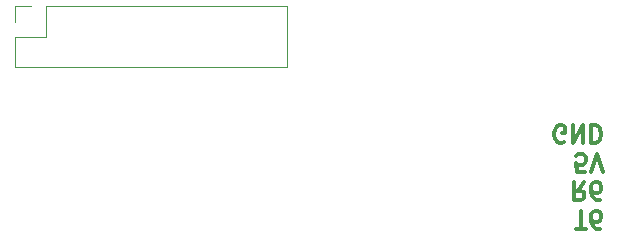
<source format=gbo>
G04 #@! TF.GenerationSoftware,KiCad,Pcbnew,7.0.9*
G04 #@! TF.CreationDate,2024-09-23T21:54:56+08:00*
G04 #@! TF.ProjectId,thingy,7468696e-6779-42e6-9b69-6361645f7063,rev?*
G04 #@! TF.SameCoordinates,Original*
G04 #@! TF.FileFunction,Legend,Bot*
G04 #@! TF.FilePolarity,Positive*
%FSLAX46Y46*%
G04 Gerber Fmt 4.6, Leading zero omitted, Abs format (unit mm)*
G04 Created by KiCad (PCBNEW 7.0.9) date 2024-09-23 21:54:56*
%MOMM*%
%LPD*%
G01*
G04 APERTURE LIST*
%ADD10C,0.300000*%
%ADD11C,0.120000*%
%ADD12R,1.700000X1.700000*%
%ADD13O,1.700000X1.700000*%
%ADD14R,0.900000X4.000000*%
G04 APERTURE END LIST*
D10*
X135974061Y-16244171D02*
X136831204Y-16244171D01*
X136402632Y-14744171D02*
X136402632Y-16244171D01*
X137974061Y-16244171D02*
X137688346Y-16244171D01*
X137688346Y-16244171D02*
X137545489Y-16172742D01*
X137545489Y-16172742D02*
X137474061Y-16101314D01*
X137474061Y-16101314D02*
X137331203Y-15887028D01*
X137331203Y-15887028D02*
X137259775Y-15601314D01*
X137259775Y-15601314D02*
X137259775Y-15029885D01*
X137259775Y-15029885D02*
X137331203Y-14887028D01*
X137331203Y-14887028D02*
X137402632Y-14815600D01*
X137402632Y-14815600D02*
X137545489Y-14744171D01*
X137545489Y-14744171D02*
X137831203Y-14744171D01*
X137831203Y-14744171D02*
X137974061Y-14815600D01*
X137974061Y-14815600D02*
X138045489Y-14887028D01*
X138045489Y-14887028D02*
X138116918Y-15029885D01*
X138116918Y-15029885D02*
X138116918Y-15387028D01*
X138116918Y-15387028D02*
X138045489Y-15529885D01*
X138045489Y-15529885D02*
X137974061Y-15601314D01*
X137974061Y-15601314D02*
X137831203Y-15672742D01*
X137831203Y-15672742D02*
X137545489Y-15672742D01*
X137545489Y-15672742D02*
X137402632Y-15601314D01*
X137402632Y-15601314D02*
X137331203Y-15529885D01*
X137331203Y-15529885D02*
X137259775Y-15387028D01*
X136688346Y-12329171D02*
X136188346Y-13043457D01*
X135831203Y-12329171D02*
X135831203Y-13829171D01*
X135831203Y-13829171D02*
X136402632Y-13829171D01*
X136402632Y-13829171D02*
X136545489Y-13757742D01*
X136545489Y-13757742D02*
X136616918Y-13686314D01*
X136616918Y-13686314D02*
X136688346Y-13543457D01*
X136688346Y-13543457D02*
X136688346Y-13329171D01*
X136688346Y-13329171D02*
X136616918Y-13186314D01*
X136616918Y-13186314D02*
X136545489Y-13114885D01*
X136545489Y-13114885D02*
X136402632Y-13043457D01*
X136402632Y-13043457D02*
X135831203Y-13043457D01*
X137974061Y-13829171D02*
X137688346Y-13829171D01*
X137688346Y-13829171D02*
X137545489Y-13757742D01*
X137545489Y-13757742D02*
X137474061Y-13686314D01*
X137474061Y-13686314D02*
X137331203Y-13472028D01*
X137331203Y-13472028D02*
X137259775Y-13186314D01*
X137259775Y-13186314D02*
X137259775Y-12614885D01*
X137259775Y-12614885D02*
X137331203Y-12472028D01*
X137331203Y-12472028D02*
X137402632Y-12400600D01*
X137402632Y-12400600D02*
X137545489Y-12329171D01*
X137545489Y-12329171D02*
X137831203Y-12329171D01*
X137831203Y-12329171D02*
X137974061Y-12400600D01*
X137974061Y-12400600D02*
X138045489Y-12472028D01*
X138045489Y-12472028D02*
X138116918Y-12614885D01*
X138116918Y-12614885D02*
X138116918Y-12972028D01*
X138116918Y-12972028D02*
X138045489Y-13114885D01*
X138045489Y-13114885D02*
X137974061Y-13186314D01*
X137974061Y-13186314D02*
X137831203Y-13257742D01*
X137831203Y-13257742D02*
X137545489Y-13257742D01*
X137545489Y-13257742D02*
X137402632Y-13186314D01*
X137402632Y-13186314D02*
X137331203Y-13114885D01*
X137331203Y-13114885D02*
X137259775Y-12972028D01*
X136759775Y-11414171D02*
X136045489Y-11414171D01*
X136045489Y-11414171D02*
X135974061Y-10699885D01*
X135974061Y-10699885D02*
X136045489Y-10771314D01*
X136045489Y-10771314D02*
X136188347Y-10842742D01*
X136188347Y-10842742D02*
X136545489Y-10842742D01*
X136545489Y-10842742D02*
X136688347Y-10771314D01*
X136688347Y-10771314D02*
X136759775Y-10699885D01*
X136759775Y-10699885D02*
X136831204Y-10557028D01*
X136831204Y-10557028D02*
X136831204Y-10199885D01*
X136831204Y-10199885D02*
X136759775Y-10057028D01*
X136759775Y-10057028D02*
X136688347Y-9985600D01*
X136688347Y-9985600D02*
X136545489Y-9914171D01*
X136545489Y-9914171D02*
X136188347Y-9914171D01*
X136188347Y-9914171D02*
X136045489Y-9985600D01*
X136045489Y-9985600D02*
X135974061Y-10057028D01*
X137259775Y-11414171D02*
X137759775Y-9914171D01*
X137759775Y-9914171D02*
X138259775Y-11414171D01*
X134974060Y-8927742D02*
X134831203Y-8999171D01*
X134831203Y-8999171D02*
X134616917Y-8999171D01*
X134616917Y-8999171D02*
X134402631Y-8927742D01*
X134402631Y-8927742D02*
X134259774Y-8784885D01*
X134259774Y-8784885D02*
X134188345Y-8642028D01*
X134188345Y-8642028D02*
X134116917Y-8356314D01*
X134116917Y-8356314D02*
X134116917Y-8142028D01*
X134116917Y-8142028D02*
X134188345Y-7856314D01*
X134188345Y-7856314D02*
X134259774Y-7713457D01*
X134259774Y-7713457D02*
X134402631Y-7570600D01*
X134402631Y-7570600D02*
X134616917Y-7499171D01*
X134616917Y-7499171D02*
X134759774Y-7499171D01*
X134759774Y-7499171D02*
X134974060Y-7570600D01*
X134974060Y-7570600D02*
X135045488Y-7642028D01*
X135045488Y-7642028D02*
X135045488Y-8142028D01*
X135045488Y-8142028D02*
X134759774Y-8142028D01*
X135688345Y-7499171D02*
X135688345Y-8999171D01*
X135688345Y-8999171D02*
X136545488Y-7499171D01*
X136545488Y-7499171D02*
X136545488Y-8999171D01*
X137259774Y-7499171D02*
X137259774Y-8999171D01*
X137259774Y-8999171D02*
X137616917Y-8999171D01*
X137616917Y-8999171D02*
X137831203Y-8927742D01*
X137831203Y-8927742D02*
X137974060Y-8784885D01*
X137974060Y-8784885D02*
X138045489Y-8642028D01*
X138045489Y-8642028D02*
X138116917Y-8356314D01*
X138116917Y-8356314D02*
X138116917Y-8142028D01*
X138116917Y-8142028D02*
X138045489Y-7856314D01*
X138045489Y-7856314D02*
X137974060Y-7713457D01*
X137974060Y-7713457D02*
X137831203Y-7570600D01*
X137831203Y-7570600D02*
X137616917Y-7499171D01*
X137616917Y-7499171D02*
X137259774Y-7499171D01*
D11*
X88520000Y2605000D02*
X88520000Y1275000D01*
X89850000Y2605000D02*
X88520000Y2605000D01*
X91120000Y2605000D02*
X111500000Y2605000D01*
X91120000Y2605000D02*
X91120000Y5000D01*
X111500000Y2605000D02*
X111500000Y-2595000D01*
X88520000Y5000D02*
X88520000Y-2595000D01*
X91120000Y5000D02*
X88520000Y5000D01*
X88520000Y-2595000D02*
X111500000Y-2595000D01*
%LPC*%
D12*
X139975000Y-15800000D03*
D13*
X139975000Y-13260000D03*
X139975000Y-10720000D03*
X139975000Y-8180000D03*
D12*
X89850000Y1275000D03*
D13*
X89850000Y-1265000D03*
X92390000Y1275000D03*
X92390000Y-1265000D03*
X94930000Y1275000D03*
X94930000Y-1265000D03*
X97470000Y1275000D03*
X97470000Y-1265000D03*
X100010000Y1275000D03*
X100010000Y-1265000D03*
X102550000Y1275000D03*
X102550000Y-1265000D03*
X105090000Y1275000D03*
X105090000Y-1265000D03*
X107630000Y-1265000D03*
X110170000Y1275000D03*
X110170000Y-1265000D03*
D14*
X103125000Y25025000D03*
X101875000Y25025000D03*
X100625000Y25025000D03*
X99375000Y25025000D03*
X98125000Y25025000D03*
X96875000Y25025000D03*
%LPD*%
M02*

</source>
